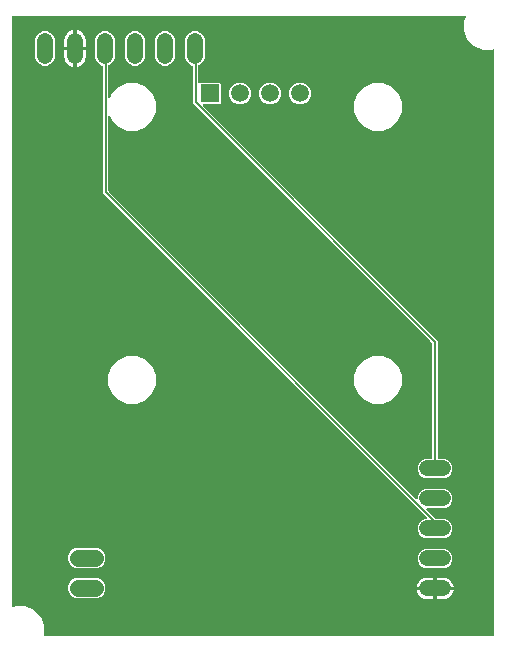
<source format=gbr>
G04 EAGLE Gerber RS-274X export*
G75*
%MOMM*%
%FSLAX34Y34*%
%LPD*%
%INTop Copper*%
%IPPOS*%
%AMOC8*
5,1,8,0,0,1.08239X$1,22.5*%
G01*
%ADD10C,1.320800*%
%ADD11R,1.508000X1.508000*%
%ADD12C,1.508000*%
%ADD13C,1.422400*%
%ADD14C,0.152400*%

G36*
X582698Y111764D02*
X582698Y111764D01*
X582717Y111762D01*
X582819Y111784D01*
X582921Y111800D01*
X582938Y111810D01*
X582958Y111814D01*
X583047Y111867D01*
X583138Y111916D01*
X583152Y111930D01*
X583169Y111940D01*
X583236Y112019D01*
X583308Y112094D01*
X583316Y112112D01*
X583329Y112127D01*
X583368Y112223D01*
X583411Y112317D01*
X583413Y112337D01*
X583421Y112355D01*
X583439Y112522D01*
X583439Y608004D01*
X583432Y608049D01*
X583434Y608095D01*
X583412Y608170D01*
X583400Y608247D01*
X583378Y608287D01*
X583365Y608332D01*
X583321Y608396D01*
X583284Y608464D01*
X583251Y608496D01*
X583225Y608534D01*
X583162Y608580D01*
X583106Y608634D01*
X583065Y608653D01*
X583028Y608680D01*
X582953Y608704D01*
X582883Y608737D01*
X582837Y608742D01*
X582794Y608756D01*
X582716Y608756D01*
X582639Y608764D01*
X582594Y608755D01*
X582548Y608754D01*
X582417Y608716D01*
X582398Y608712D01*
X582394Y608709D01*
X582387Y608707D01*
X581860Y608489D01*
X573840Y608489D01*
X566430Y611559D01*
X560759Y617230D01*
X557689Y624640D01*
X557689Y632660D01*
X559233Y636387D01*
X559243Y636431D01*
X559263Y636473D01*
X559271Y636550D01*
X559289Y636626D01*
X559285Y636672D01*
X559290Y636717D01*
X559273Y636794D01*
X559266Y636871D01*
X559247Y636913D01*
X559238Y636958D01*
X559198Y637025D01*
X559166Y637096D01*
X559135Y637130D01*
X559111Y637169D01*
X559052Y637220D01*
X559000Y637277D01*
X558959Y637299D01*
X558924Y637329D01*
X558852Y637358D01*
X558784Y637395D01*
X558739Y637404D01*
X558696Y637421D01*
X558560Y637436D01*
X558542Y637439D01*
X558537Y637438D01*
X558530Y637439D01*
X176022Y637439D01*
X176002Y637436D01*
X175983Y637438D01*
X175881Y637416D01*
X175779Y637400D01*
X175762Y637390D01*
X175742Y637386D01*
X175653Y637333D01*
X175562Y637284D01*
X175548Y637270D01*
X175531Y637260D01*
X175464Y637181D01*
X175392Y637106D01*
X175384Y637088D01*
X175371Y637073D01*
X175332Y636977D01*
X175289Y636883D01*
X175287Y636863D01*
X175279Y636845D01*
X175261Y636678D01*
X175261Y137242D01*
X175268Y137197D01*
X175266Y137151D01*
X175288Y137076D01*
X175300Y136999D01*
X175322Y136959D01*
X175335Y136914D01*
X175379Y136850D01*
X175416Y136782D01*
X175449Y136750D01*
X175475Y136712D01*
X175537Y136666D01*
X175594Y136612D01*
X175636Y136593D01*
X175672Y136566D01*
X175746Y136542D01*
X175817Y136509D01*
X175863Y136504D01*
X175906Y136489D01*
X175984Y136490D01*
X176061Y136482D01*
X176106Y136491D01*
X176152Y136492D01*
X176284Y136530D01*
X176302Y136534D01*
X176306Y136536D01*
X176313Y136539D01*
X178306Y137364D01*
X186326Y137364D01*
X193736Y134295D01*
X199408Y128623D01*
X202477Y121213D01*
X202477Y113193D01*
X202320Y112813D01*
X202309Y112769D01*
X202290Y112727D01*
X202281Y112650D01*
X202263Y112574D01*
X202268Y112528D01*
X202263Y112483D01*
X202279Y112406D01*
X202286Y112329D01*
X202305Y112287D01*
X202315Y112242D01*
X202355Y112175D01*
X202386Y112104D01*
X202418Y112070D01*
X202441Y112031D01*
X202500Y111980D01*
X202553Y111923D01*
X202593Y111901D01*
X202628Y111871D01*
X202700Y111842D01*
X202768Y111805D01*
X202813Y111796D01*
X202856Y111779D01*
X202992Y111764D01*
X203010Y111761D01*
X203015Y111762D01*
X203023Y111761D01*
X582678Y111761D01*
X582698Y111764D01*
G37*
%LPC*%
G36*
X525179Y195071D02*
X525179Y195071D01*
X522191Y196309D01*
X519905Y198595D01*
X518667Y201583D01*
X518667Y204817D01*
X519905Y207805D01*
X522191Y210091D01*
X525179Y211329D01*
X525788Y211329D01*
X525858Y211340D01*
X525930Y211342D01*
X525979Y211360D01*
X526030Y211368D01*
X526094Y211402D01*
X526161Y211427D01*
X526202Y211459D01*
X526248Y211484D01*
X526297Y211536D01*
X526353Y211580D01*
X526381Y211624D01*
X526417Y211662D01*
X526447Y211727D01*
X526486Y211787D01*
X526499Y211838D01*
X526521Y211885D01*
X526529Y211956D01*
X526546Y212026D01*
X526542Y212078D01*
X526548Y212129D01*
X526533Y212200D01*
X526527Y212271D01*
X526507Y212319D01*
X526496Y212370D01*
X526459Y212431D01*
X526431Y212497D01*
X526386Y212553D01*
X526369Y212581D01*
X526352Y212596D01*
X526326Y212628D01*
X253784Y485170D01*
X252221Y486733D01*
X252221Y594426D01*
X252220Y594432D01*
X252220Y594433D01*
X252220Y594435D01*
X252202Y594540D01*
X252185Y594657D01*
X252183Y594662D01*
X252182Y594668D01*
X252127Y594771D01*
X252074Y594876D01*
X252069Y594880D01*
X252066Y594886D01*
X251982Y594966D01*
X251898Y595048D01*
X251892Y595052D01*
X251888Y595055D01*
X251871Y595063D01*
X251751Y595129D01*
X249395Y596105D01*
X247109Y598391D01*
X245871Y601379D01*
X245871Y617821D01*
X247109Y620809D01*
X249395Y623095D01*
X252383Y624333D01*
X255617Y624333D01*
X258605Y623095D01*
X260891Y620809D01*
X262129Y617821D01*
X262129Y601379D01*
X260891Y598391D01*
X258605Y596105D01*
X257265Y595550D01*
X257165Y595488D01*
X257065Y595428D01*
X257061Y595423D01*
X257056Y595420D01*
X256981Y595330D01*
X256905Y595241D01*
X256903Y595236D01*
X256899Y595231D01*
X256857Y595122D01*
X256813Y595013D01*
X256812Y595006D01*
X256811Y595001D01*
X256810Y594983D01*
X256795Y594846D01*
X256795Y568138D01*
X256810Y568042D01*
X256820Y567945D01*
X256830Y567921D01*
X256834Y567895D01*
X256880Y567809D01*
X256920Y567720D01*
X256937Y567701D01*
X256950Y567678D01*
X257020Y567611D01*
X257086Y567539D01*
X257109Y567526D01*
X257128Y567508D01*
X257216Y567467D01*
X257302Y567420D01*
X257327Y567416D01*
X257351Y567405D01*
X257448Y567394D01*
X257544Y567377D01*
X257570Y567380D01*
X257595Y567377D01*
X257691Y567398D01*
X257787Y567412D01*
X257810Y567424D01*
X257836Y567430D01*
X257919Y567480D01*
X258006Y567524D01*
X258025Y567543D01*
X258047Y567556D01*
X258110Y567630D01*
X258178Y567699D01*
X258194Y567728D01*
X258207Y567743D01*
X258219Y567774D01*
X258259Y567846D01*
X259769Y571490D01*
X265440Y577161D01*
X272850Y580231D01*
X280870Y580231D01*
X288280Y577161D01*
X293951Y571490D01*
X297021Y564080D01*
X297021Y556060D01*
X293951Y548650D01*
X288280Y542979D01*
X280870Y539909D01*
X272850Y539909D01*
X265440Y542979D01*
X259769Y548650D01*
X258259Y552294D01*
X258208Y552376D01*
X258162Y552462D01*
X258143Y552480D01*
X258130Y552503D01*
X258055Y552565D01*
X257984Y552632D01*
X257960Y552643D01*
X257940Y552659D01*
X257849Y552694D01*
X257761Y552735D01*
X257735Y552738D01*
X257711Y552748D01*
X257613Y552752D01*
X257517Y552763D01*
X257491Y552757D01*
X257465Y552758D01*
X257371Y552731D01*
X257276Y552710D01*
X257254Y552697D01*
X257229Y552690D01*
X257149Y552634D01*
X257065Y552584D01*
X257048Y552564D01*
X257027Y552549D01*
X256968Y552471D01*
X256905Y552397D01*
X256895Y552373D01*
X256880Y552352D01*
X256850Y552259D01*
X256813Y552169D01*
X256810Y552137D01*
X256804Y552118D01*
X256804Y552085D01*
X256795Y552002D01*
X256795Y488943D01*
X256809Y488852D01*
X256817Y488762D01*
X256829Y488732D01*
X256834Y488700D01*
X256877Y488619D01*
X256913Y488535D01*
X256939Y488503D01*
X256950Y488482D01*
X256973Y488460D01*
X257018Y488404D01*
X517368Y228054D01*
X517426Y228012D01*
X517478Y227963D01*
X517525Y227941D01*
X517567Y227911D01*
X517636Y227890D01*
X517701Y227859D01*
X517753Y227854D01*
X517803Y227838D01*
X517874Y227840D01*
X517945Y227832D01*
X517996Y227843D01*
X518048Y227845D01*
X518116Y227869D01*
X518186Y227884D01*
X518230Y227911D01*
X518279Y227929D01*
X518335Y227974D01*
X518397Y228011D01*
X518431Y228050D01*
X518471Y228083D01*
X518510Y228143D01*
X518557Y228198D01*
X518576Y228246D01*
X518604Y228290D01*
X518622Y228359D01*
X518649Y228426D01*
X518657Y228497D01*
X518665Y228528D01*
X518663Y228552D01*
X518667Y228592D01*
X518667Y230217D01*
X519905Y233205D01*
X522191Y235491D01*
X525179Y236729D01*
X541621Y236729D01*
X544609Y235491D01*
X546895Y233205D01*
X548133Y230217D01*
X548133Y226983D01*
X546895Y223995D01*
X544609Y221709D01*
X541621Y220471D01*
X526788Y220471D01*
X526718Y220460D01*
X526646Y220458D01*
X526597Y220440D01*
X526546Y220432D01*
X526482Y220398D01*
X526415Y220373D01*
X526374Y220341D01*
X526328Y220316D01*
X526279Y220264D01*
X526223Y220220D01*
X526195Y220176D01*
X526159Y220138D01*
X526129Y220073D01*
X526090Y220013D01*
X526077Y219962D01*
X526055Y219915D01*
X526047Y219844D01*
X526030Y219774D01*
X526034Y219722D01*
X526028Y219671D01*
X526043Y219600D01*
X526049Y219529D01*
X526069Y219481D01*
X526080Y219430D01*
X526117Y219369D01*
X526145Y219303D01*
X526190Y219247D01*
X526207Y219219D01*
X526224Y219204D01*
X526250Y219172D01*
X533870Y211552D01*
X533944Y211499D01*
X534014Y211439D01*
X534044Y211427D01*
X534070Y211408D01*
X534157Y211381D01*
X534242Y211347D01*
X534283Y211343D01*
X534305Y211336D01*
X534337Y211337D01*
X534409Y211329D01*
X541621Y211329D01*
X544609Y210091D01*
X546895Y207805D01*
X548133Y204817D01*
X548133Y201583D01*
X546895Y198595D01*
X544609Y196309D01*
X541621Y195071D01*
X525179Y195071D01*
G37*
%LPD*%
%LPC*%
G36*
X525179Y245871D02*
X525179Y245871D01*
X522191Y247109D01*
X519905Y249395D01*
X518667Y252383D01*
X518667Y255617D01*
X519905Y258605D01*
X522191Y260891D01*
X525179Y262129D01*
X530352Y262129D01*
X530372Y262132D01*
X530391Y262130D01*
X530493Y262152D01*
X530595Y262168D01*
X530612Y262178D01*
X530632Y262182D01*
X530721Y262235D01*
X530812Y262284D01*
X530826Y262298D01*
X530843Y262308D01*
X530910Y262387D01*
X530982Y262462D01*
X530990Y262480D01*
X531003Y262495D01*
X531042Y262591D01*
X531085Y262685D01*
X531087Y262705D01*
X531095Y262723D01*
X531113Y262890D01*
X531113Y359925D01*
X531108Y359956D01*
X531110Y359968D01*
X531098Y360020D01*
X531091Y360106D01*
X531079Y360136D01*
X531074Y360168D01*
X531061Y360193D01*
X531057Y360208D01*
X531026Y360261D01*
X530995Y360333D01*
X530969Y360365D01*
X530958Y360386D01*
X530941Y360402D01*
X530931Y360419D01*
X530915Y360433D01*
X530890Y360464D01*
X329984Y561370D01*
X328421Y562933D01*
X328421Y594426D01*
X328420Y594432D01*
X328420Y594433D01*
X328420Y594435D01*
X328402Y594540D01*
X328385Y594657D01*
X328383Y594662D01*
X328382Y594668D01*
X328327Y594771D01*
X328274Y594876D01*
X328269Y594880D01*
X328266Y594886D01*
X328182Y594966D01*
X328098Y595048D01*
X328092Y595052D01*
X328088Y595055D01*
X328071Y595063D01*
X327951Y595129D01*
X325595Y596105D01*
X323309Y598391D01*
X322071Y601379D01*
X322071Y617821D01*
X323309Y620809D01*
X325595Y623095D01*
X328583Y624333D01*
X331817Y624333D01*
X334805Y623095D01*
X337091Y620809D01*
X338329Y617821D01*
X338329Y601379D01*
X337091Y598391D01*
X334805Y596105D01*
X333465Y595550D01*
X333365Y595488D01*
X333265Y595428D01*
X333261Y595423D01*
X333256Y595420D01*
X333181Y595330D01*
X333105Y595241D01*
X333103Y595236D01*
X333099Y595231D01*
X333057Y595122D01*
X333013Y595013D01*
X333012Y595006D01*
X333011Y595001D01*
X333010Y594983D01*
X332995Y594846D01*
X332995Y580669D01*
X332997Y580658D01*
X332996Y580651D01*
X333003Y580616D01*
X333006Y580598D01*
X333008Y580526D01*
X333026Y580477D01*
X333034Y580426D01*
X333068Y580363D01*
X333093Y580295D01*
X333125Y580255D01*
X333150Y580209D01*
X333201Y580159D01*
X333246Y580103D01*
X333290Y580075D01*
X333328Y580039D01*
X333393Y580009D01*
X333453Y579970D01*
X333504Y579958D01*
X333551Y579936D01*
X333622Y579928D01*
X333692Y579910D01*
X333744Y579914D01*
X333795Y579909D01*
X333866Y579924D01*
X333937Y579929D01*
X333985Y579950D01*
X334036Y579961D01*
X334097Y579998D01*
X334163Y580026D01*
X334219Y580071D01*
X334247Y580087D01*
X334262Y580105D01*
X334294Y580131D01*
X334728Y580565D01*
X351072Y580565D01*
X351965Y579672D01*
X351965Y563328D01*
X351072Y562435D01*
X337224Y562435D01*
X337154Y562424D01*
X337082Y562422D01*
X337033Y562404D01*
X336982Y562396D01*
X336918Y562362D01*
X336851Y562337D01*
X336810Y562305D01*
X336764Y562280D01*
X336715Y562228D01*
X336659Y562184D01*
X336631Y562140D01*
X336595Y562102D01*
X336565Y562037D01*
X336526Y561977D01*
X336513Y561926D01*
X336491Y561879D01*
X336483Y561808D01*
X336466Y561738D01*
X336470Y561686D01*
X336464Y561635D01*
X336479Y561564D01*
X336485Y561493D01*
X336505Y561445D01*
X336516Y561394D01*
X336553Y561333D01*
X336581Y561267D01*
X336626Y561211D01*
X336643Y561183D01*
X336655Y561173D01*
X336657Y561169D01*
X336666Y561161D01*
X336686Y561136D01*
X535687Y362135D01*
X535687Y262890D01*
X535690Y262870D01*
X535688Y262851D01*
X535710Y262749D01*
X535726Y262647D01*
X535736Y262630D01*
X535740Y262610D01*
X535793Y262521D01*
X535842Y262430D01*
X535856Y262416D01*
X535866Y262399D01*
X535945Y262332D01*
X536020Y262260D01*
X536038Y262252D01*
X536053Y262239D01*
X536149Y262200D01*
X536243Y262157D01*
X536263Y262155D01*
X536281Y262147D01*
X536448Y262129D01*
X541621Y262129D01*
X544609Y260891D01*
X546895Y258605D01*
X548133Y255617D01*
X548133Y252383D01*
X546895Y249395D01*
X544609Y247109D01*
X541621Y245871D01*
X525179Y245871D01*
G37*
%LPD*%
%LPC*%
G36*
X481130Y539909D02*
X481130Y539909D01*
X473720Y542979D01*
X468049Y548650D01*
X464979Y556060D01*
X464979Y564080D01*
X468049Y571490D01*
X473720Y577161D01*
X481130Y580231D01*
X489150Y580231D01*
X496560Y577161D01*
X502231Y571490D01*
X505301Y564080D01*
X505301Y556060D01*
X502231Y548650D01*
X496560Y542979D01*
X489150Y539909D01*
X481130Y539909D01*
G37*
%LPD*%
%LPC*%
G36*
X481130Y308769D02*
X481130Y308769D01*
X473720Y311839D01*
X468049Y317510D01*
X464979Y324920D01*
X464979Y332940D01*
X468049Y340350D01*
X473720Y346021D01*
X481130Y349091D01*
X489150Y349091D01*
X496560Y346021D01*
X502231Y340350D01*
X505301Y332940D01*
X505301Y324920D01*
X502231Y317510D01*
X496560Y311839D01*
X489150Y308769D01*
X481130Y308769D01*
G37*
%LPD*%
%LPC*%
G36*
X272850Y308769D02*
X272850Y308769D01*
X265440Y311839D01*
X259769Y317510D01*
X256699Y324920D01*
X256699Y332940D01*
X259769Y340350D01*
X265440Y346021D01*
X272850Y349091D01*
X280870Y349091D01*
X288280Y346021D01*
X293951Y340350D01*
X297021Y332940D01*
X297021Y324920D01*
X293951Y317510D01*
X288280Y311839D01*
X280870Y308769D01*
X272850Y308769D01*
G37*
%LPD*%
%LPC*%
G36*
X229552Y169594D02*
X229552Y169594D01*
X226378Y170908D01*
X223948Y173338D01*
X222633Y176512D01*
X222633Y179948D01*
X223948Y183123D01*
X226378Y185552D01*
X229552Y186867D01*
X247212Y186867D01*
X250387Y185552D01*
X252816Y183123D01*
X254131Y179948D01*
X254131Y176512D01*
X252816Y173338D01*
X250387Y170908D01*
X247212Y169594D01*
X229552Y169594D01*
G37*
%LPD*%
%LPC*%
G36*
X229552Y144194D02*
X229552Y144194D01*
X226378Y145508D01*
X223948Y147938D01*
X222633Y151112D01*
X222633Y154548D01*
X223948Y157723D01*
X226378Y160152D01*
X229552Y161467D01*
X247212Y161467D01*
X250387Y160152D01*
X252816Y157723D01*
X254131Y154548D01*
X254131Y151112D01*
X252816Y147938D01*
X250387Y145508D01*
X247212Y144194D01*
X229552Y144194D01*
G37*
%LPD*%
%LPC*%
G36*
X201583Y594867D02*
X201583Y594867D01*
X198595Y596105D01*
X196309Y598391D01*
X195071Y601379D01*
X195071Y617821D01*
X196309Y620809D01*
X198595Y623095D01*
X201583Y624333D01*
X204817Y624333D01*
X207805Y623095D01*
X210091Y620809D01*
X211329Y617821D01*
X211329Y601379D01*
X210091Y598391D01*
X207805Y596105D01*
X204817Y594867D01*
X201583Y594867D01*
G37*
%LPD*%
%LPC*%
G36*
X303183Y594867D02*
X303183Y594867D01*
X300195Y596105D01*
X297909Y598391D01*
X296671Y601379D01*
X296671Y617821D01*
X297909Y620809D01*
X300195Y623095D01*
X303183Y624333D01*
X306417Y624333D01*
X309405Y623095D01*
X311691Y620809D01*
X312929Y617821D01*
X312929Y601379D01*
X311691Y598391D01*
X309405Y596105D01*
X306417Y594867D01*
X303183Y594867D01*
G37*
%LPD*%
%LPC*%
G36*
X277783Y594867D02*
X277783Y594867D01*
X274795Y596105D01*
X272509Y598391D01*
X271271Y601379D01*
X271271Y617821D01*
X272509Y620809D01*
X274795Y623095D01*
X277783Y624333D01*
X281017Y624333D01*
X284005Y623095D01*
X286291Y620809D01*
X287529Y617821D01*
X287529Y601379D01*
X286291Y598391D01*
X284005Y596105D01*
X281017Y594867D01*
X277783Y594867D01*
G37*
%LPD*%
%LPC*%
G36*
X525179Y169671D02*
X525179Y169671D01*
X522191Y170909D01*
X519905Y173195D01*
X518667Y176183D01*
X518667Y179417D01*
X519905Y182405D01*
X522191Y184691D01*
X525179Y185929D01*
X541621Y185929D01*
X544609Y184691D01*
X546895Y182405D01*
X548133Y179417D01*
X548133Y176183D01*
X546895Y173195D01*
X544609Y170909D01*
X541621Y169671D01*
X525179Y169671D01*
G37*
%LPD*%
%LPC*%
G36*
X391897Y562435D02*
X391897Y562435D01*
X388565Y563815D01*
X386015Y566365D01*
X384635Y569697D01*
X384635Y573303D01*
X386015Y576635D01*
X388565Y579185D01*
X391897Y580565D01*
X395503Y580565D01*
X398835Y579185D01*
X401385Y576635D01*
X402765Y573303D01*
X402765Y569697D01*
X401385Y566365D01*
X398835Y563815D01*
X395503Y562435D01*
X391897Y562435D01*
G37*
%LPD*%
%LPC*%
G36*
X366497Y562435D02*
X366497Y562435D01*
X363165Y563815D01*
X360615Y566365D01*
X359235Y569697D01*
X359235Y573303D01*
X360615Y576635D01*
X363165Y579185D01*
X366497Y580565D01*
X370103Y580565D01*
X373435Y579185D01*
X375985Y576635D01*
X377365Y573303D01*
X377365Y569697D01*
X375985Y566365D01*
X373435Y563815D01*
X370103Y562435D01*
X366497Y562435D01*
G37*
%LPD*%
%LPC*%
G36*
X417297Y562435D02*
X417297Y562435D01*
X413965Y563815D01*
X411415Y566365D01*
X410035Y569697D01*
X410035Y573303D01*
X411415Y576635D01*
X413965Y579185D01*
X417297Y580565D01*
X420903Y580565D01*
X424235Y579185D01*
X426785Y576635D01*
X428165Y573303D01*
X428165Y569697D01*
X426785Y566365D01*
X424235Y563815D01*
X420903Y562435D01*
X417297Y562435D01*
G37*
%LPD*%
%LPC*%
G36*
X230123Y611123D02*
X230123Y611123D01*
X230123Y625225D01*
X231267Y624997D01*
X232932Y624308D01*
X234430Y623307D01*
X235703Y622034D01*
X236704Y620536D01*
X237393Y618871D01*
X237745Y617105D01*
X237745Y611123D01*
X230123Y611123D01*
G37*
%LPD*%
%LPC*%
G36*
X534923Y153923D02*
X534923Y153923D01*
X534923Y161545D01*
X540905Y161545D01*
X542671Y161193D01*
X544336Y160504D01*
X545834Y159503D01*
X547107Y158230D01*
X548108Y156732D01*
X548797Y155067D01*
X549025Y153923D01*
X534923Y153923D01*
G37*
%LPD*%
%LPC*%
G36*
X230123Y608077D02*
X230123Y608077D01*
X237745Y608077D01*
X237745Y602095D01*
X237393Y600329D01*
X236704Y598664D01*
X235703Y597166D01*
X234430Y595893D01*
X232932Y594892D01*
X231267Y594203D01*
X230123Y593975D01*
X230123Y608077D01*
G37*
%LPD*%
%LPC*%
G36*
X517775Y153923D02*
X517775Y153923D01*
X518003Y155067D01*
X518692Y156732D01*
X519693Y158230D01*
X520966Y159503D01*
X522464Y160504D01*
X524129Y161193D01*
X525895Y161545D01*
X531877Y161545D01*
X531877Y153923D01*
X517775Y153923D01*
G37*
%LPD*%
%LPC*%
G36*
X219455Y611123D02*
X219455Y611123D01*
X219455Y617105D01*
X219807Y618871D01*
X220496Y620536D01*
X221497Y622034D01*
X222770Y623307D01*
X224268Y624308D01*
X225933Y624997D01*
X227077Y625225D01*
X227077Y611123D01*
X219455Y611123D01*
G37*
%LPD*%
%LPC*%
G36*
X534923Y143255D02*
X534923Y143255D01*
X534923Y150877D01*
X549025Y150877D01*
X548797Y149733D01*
X548108Y148068D01*
X547107Y146570D01*
X545834Y145297D01*
X544336Y144296D01*
X542671Y143607D01*
X540905Y143255D01*
X534923Y143255D01*
G37*
%LPD*%
%LPC*%
G36*
X225933Y594203D02*
X225933Y594203D01*
X224268Y594892D01*
X222770Y595893D01*
X221497Y597166D01*
X220496Y598664D01*
X219807Y600329D01*
X219455Y602095D01*
X219455Y608077D01*
X227077Y608077D01*
X227077Y593975D01*
X225933Y594203D01*
G37*
%LPD*%
%LPC*%
G36*
X525895Y143255D02*
X525895Y143255D01*
X524129Y143607D01*
X522464Y144296D01*
X520966Y145297D01*
X519693Y146570D01*
X518692Y148068D01*
X518003Y149733D01*
X517775Y150877D01*
X531877Y150877D01*
X531877Y143255D01*
X525895Y143255D01*
G37*
%LPD*%
%LPC*%
G36*
X228599Y609599D02*
X228599Y609599D01*
X228599Y609601D01*
X228601Y609601D01*
X228601Y609599D01*
X228599Y609599D01*
G37*
%LPD*%
%LPC*%
G36*
X533399Y152399D02*
X533399Y152399D01*
X533399Y152401D01*
X533401Y152401D01*
X533401Y152399D01*
X533399Y152399D01*
G37*
%LPD*%
D10*
X203200Y602996D02*
X203200Y616204D01*
X228600Y616204D02*
X228600Y602996D01*
X254000Y602996D02*
X254000Y616204D01*
X279400Y616204D02*
X279400Y602996D01*
X304800Y602996D02*
X304800Y616204D01*
X330200Y616204D02*
X330200Y602996D01*
D11*
X342900Y571500D03*
D12*
X368300Y571500D03*
X393700Y571500D03*
X419100Y571500D03*
D10*
X526796Y254000D02*
X540004Y254000D01*
X540004Y228600D02*
X526796Y228600D01*
X526796Y203200D02*
X540004Y203200D01*
X540004Y177800D02*
X526796Y177800D01*
X526796Y152400D02*
X540004Y152400D01*
D13*
X245494Y152830D02*
X231270Y152830D01*
X231270Y178230D02*
X245494Y178230D01*
D14*
X533400Y203200D02*
X533400Y208788D01*
X254508Y487680D01*
X254508Y609600D01*
X254000Y609600D01*
X533400Y361188D02*
X533400Y254000D01*
X533400Y361188D02*
X330708Y563880D01*
X330708Y609600D01*
X330200Y609600D01*
M02*

</source>
